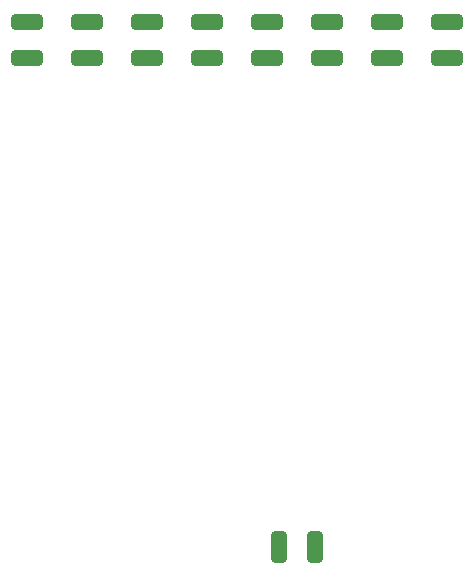
<source format=gbp>
G04 #@! TF.GenerationSoftware,KiCad,Pcbnew,(6.0.6-33-g9052b063de)*
G04 #@! TF.CreationDate,2022-08-07T22:11:36+02:00*
G04 #@! TF.ProjectId,CANduino128,43414e64-7569-46e6-9f31-32382e6b6963,rev?*
G04 #@! TF.SameCoordinates,Original*
G04 #@! TF.FileFunction,Paste,Bot*
G04 #@! TF.FilePolarity,Positive*
%FSLAX46Y46*%
G04 Gerber Fmt 4.6, Leading zero omitted, Abs format (unit mm)*
G04 Created by KiCad (PCBNEW (6.0.6-33-g9052b063de)) date 2022-08-07 22:11:36*
%MOMM*%
%LPD*%
G01*
G04 APERTURE LIST*
G04 Aperture macros list*
%AMRoundRect*
0 Rectangle with rounded corners*
0 $1 Rounding radius*
0 $2 $3 $4 $5 $6 $7 $8 $9 X,Y pos of 4 corners*
0 Add a 4 corners polygon primitive as box body*
4,1,4,$2,$3,$4,$5,$6,$7,$8,$9,$2,$3,0*
0 Add four circle primitives for the rounded corners*
1,1,$1+$1,$2,$3*
1,1,$1+$1,$4,$5*
1,1,$1+$1,$6,$7*
1,1,$1+$1,$8,$9*
0 Add four rect primitives between the rounded corners*
20,1,$1+$1,$2,$3,$4,$5,0*
20,1,$1+$1,$4,$5,$6,$7,0*
20,1,$1+$1,$6,$7,$8,$9,0*
20,1,$1+$1,$8,$9,$2,$3,0*%
G04 Aperture macros list end*
%ADD10RoundRect,0.250000X-1.075000X0.400000X-1.075000X-0.400000X1.075000X-0.400000X1.075000X0.400000X0*%
%ADD11RoundRect,0.250000X-0.400000X-1.075000X0.400000X-1.075000X0.400000X1.075000X-0.400000X1.075000X0*%
G04 APERTURE END LIST*
D10*
X157480000Y-64060000D03*
X157480000Y-60960000D03*
X167640000Y-64060000D03*
X167640000Y-60960000D03*
X142240000Y-64060000D03*
X142240000Y-60960000D03*
D11*
X158470000Y-105410000D03*
X161570000Y-105410000D03*
D10*
X137160000Y-64060000D03*
X137160000Y-60960000D03*
X172720000Y-64060000D03*
X172720000Y-60960000D03*
X147320000Y-64060000D03*
X147320000Y-60960000D03*
X152400000Y-64060000D03*
X152400000Y-60960000D03*
X162560000Y-64060000D03*
X162560000Y-60960000D03*
M02*

</source>
